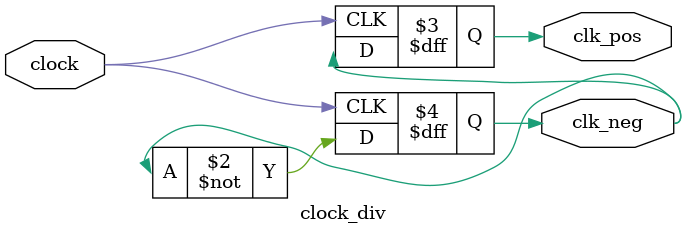
<source format=v>
module clock_div (clock, clk_pos, clk_neg);

input clock;
output clk_pos, clk_neg;

(* preserve="true" *) reg clk_pos;
(* preserve="true" *) reg clk_neg;

always@(posedge clock)begin
	clk_pos<=clk_neg;
	clk_neg<=~clk_neg;
end

endmodule
</source>
